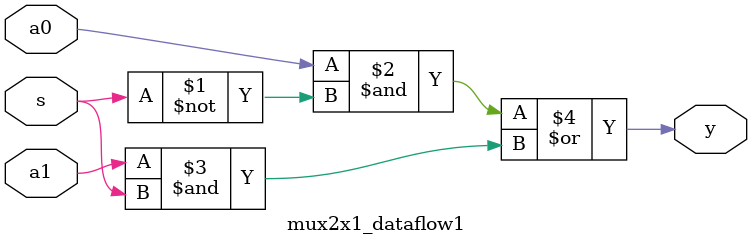
<source format=v>
module mux2x1_dataflow1(y, s, a0, a1);
   input s, a0, a1;
   output y;

   assign y = a0 & ~s | a1 & s;

endmodule // mux2x1_dataflow1

</source>
